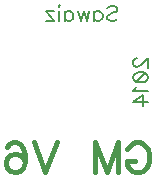
<source format=gbr>
G04 DipTrace 2.4.0.1*
%INBottomSilk.gbr*%
%MOIN*%
%ADD16C,0.0154*%
%ADD41C,0.0077*%
%FSLAX44Y44*%
G04*
G70*
G90*
G75*
G01*
%LNBotSilk*%
%LPD*%
X8364Y4939D2*
D16*
X8412Y5034D1*
X8508Y5130D1*
X8603Y5178D1*
X8794D1*
X8891Y5130D1*
X8986Y5034D1*
X9034Y4939D1*
X9082Y4796D1*
Y4556D1*
X9034Y4413D1*
X8986Y4317D1*
X8891Y4222D1*
X8794Y4173D1*
X8603D1*
X8508Y4222D1*
X8412Y4317D1*
X8364Y4413D1*
Y4556D1*
X8603D1*
X7291Y4173D2*
Y5178D1*
X7673Y4173D1*
X8056Y5178D1*
Y4173D1*
X6010Y5178D2*
X5627Y4173D1*
X5245Y5178D1*
X4363Y5034D2*
X4410Y5129D1*
X4554Y5177D1*
X4649D1*
X4793Y5129D1*
X4889Y4986D1*
X4936Y4747D1*
Y4508D1*
X4889Y4317D1*
X4793Y4221D1*
X4649Y4173D1*
X4601D1*
X4459Y4221D1*
X4363Y4317D1*
X4315Y4461D1*
Y4508D1*
X4363Y4652D1*
X4459Y4747D1*
X4601Y4794D1*
X4649D1*
X4793Y4747D1*
X4889Y4652D1*
X4936Y4508D1*
X7691Y9651D2*
D41*
X7738Y9699D1*
X7810Y9723D1*
X7906D1*
X7978Y9699D1*
X8026Y9651D1*
Y9603D1*
X8001Y9555D1*
X7978Y9531D1*
X7930Y9508D1*
X7786Y9460D1*
X7738Y9436D1*
X7714Y9411D1*
X7691Y9364D1*
Y9292D1*
X7738Y9245D1*
X7810Y9220D1*
X7906D1*
X7978Y9245D1*
X8026Y9292D1*
X7249Y9555D2*
Y9220D1*
Y9483D2*
X7297Y9531D1*
X7345Y9555D1*
X7416D1*
X7464Y9531D1*
X7512Y9483D1*
X7536Y9411D1*
Y9364D1*
X7512Y9292D1*
X7464Y9245D1*
X7416Y9220D1*
X7345D1*
X7297Y9245D1*
X7249Y9292D1*
X7095Y9555D2*
X6999Y9220D1*
X6904Y9555D1*
X6808Y9220D1*
X6713Y9555D1*
X6271D2*
Y9220D1*
Y9483D2*
X6319Y9531D1*
X6367Y9555D1*
X6438D1*
X6486Y9531D1*
X6534Y9483D1*
X6558Y9411D1*
Y9364D1*
X6534Y9292D1*
X6486Y9245D1*
X6438Y9220D1*
X6367D1*
X6319Y9245D1*
X6271Y9292D1*
X6117Y9723D2*
X6093Y9699D1*
X6069Y9723D1*
X6093Y9747D1*
X6117Y9723D1*
X6093Y9555D2*
Y9220D1*
X5914Y9555D2*
X5651D1*
X5914Y9220D1*
X5651D1*
X8671Y7973D2*
X8647D1*
X8599Y7949D1*
X8575Y7925D1*
X8551Y7877D1*
Y7782D1*
X8575Y7734D1*
X8599Y7710D1*
X8647Y7686D1*
X8695D1*
X8743Y7710D1*
X8814Y7758D1*
X9053Y7997D1*
Y7662D1*
X8551Y7364D2*
X8575Y7436D1*
X8647Y7484D1*
X8766Y7508D1*
X8838D1*
X8958Y7484D1*
X9030Y7436D1*
X9053Y7364D1*
Y7317D1*
X9030Y7245D1*
X8958Y7197D1*
X8838Y7173D1*
X8766D1*
X8647Y7197D1*
X8575Y7245D1*
X8551Y7317D1*
Y7364D1*
X8647Y7197D2*
X8958Y7484D1*
X8647Y7018D2*
X8623Y6970D1*
X8551Y6899D1*
X9053D1*
Y6505D2*
X8551D1*
X8886Y6744D1*
Y6385D1*
M02*

</source>
